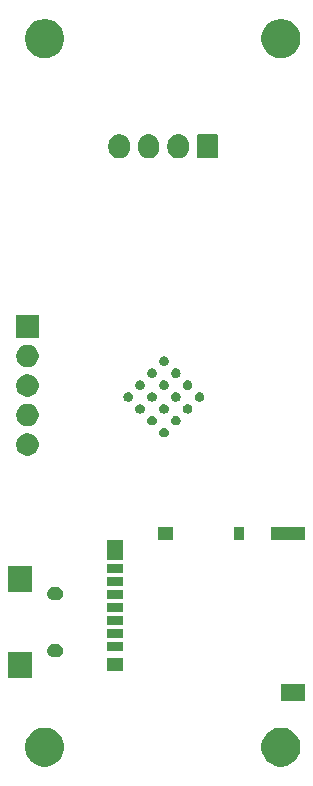
<source format=gbs>
G04 #@! TF.GenerationSoftware,KiCad,Pcbnew,(5.0.2)-1*
G04 #@! TF.CreationDate,2019-10-29T23:39:58+09:00*
G04 #@! TF.ProjectId,High_range_accelerometer,48696768-5f72-4616-9e67-655f61636365,rev?*
G04 #@! TF.SameCoordinates,Original*
G04 #@! TF.FileFunction,Soldermask,Bot*
G04 #@! TF.FilePolarity,Negative*
%FSLAX46Y46*%
G04 Gerber Fmt 4.6, Leading zero omitted, Abs format (unit mm)*
G04 Created by KiCad (PCBNEW (5.0.2)-1) date 2019/10/29 23:39:58*
%MOMM*%
%LPD*%
G01*
G04 APERTURE LIST*
%ADD10C,0.100000*%
G04 APERTURE END LIST*
D10*
G36*
X117225256Y-111741298D02*
X117331579Y-111762447D01*
X117632042Y-111886903D01*
X117898852Y-112065180D01*
X117902454Y-112067587D01*
X118132413Y-112297546D01*
X118313098Y-112567960D01*
X118437553Y-112868422D01*
X118501000Y-113187389D01*
X118501000Y-113512611D01*
X118437553Y-113831578D01*
X118313098Y-114132040D01*
X118132413Y-114402454D01*
X117902454Y-114632413D01*
X117902451Y-114632415D01*
X117632042Y-114813097D01*
X117331579Y-114937553D01*
X117225256Y-114958702D01*
X117012611Y-115001000D01*
X116687389Y-115001000D01*
X116474744Y-114958702D01*
X116368421Y-114937553D01*
X116067958Y-114813097D01*
X115797549Y-114632415D01*
X115797546Y-114632413D01*
X115567587Y-114402454D01*
X115386902Y-114132040D01*
X115262447Y-113831578D01*
X115199000Y-113512611D01*
X115199000Y-113187389D01*
X115262447Y-112868422D01*
X115386902Y-112567960D01*
X115567587Y-112297546D01*
X115797546Y-112067587D01*
X115801148Y-112065180D01*
X116067958Y-111886903D01*
X116368421Y-111762447D01*
X116474744Y-111741298D01*
X116687389Y-111699000D01*
X117012611Y-111699000D01*
X117225256Y-111741298D01*
X117225256Y-111741298D01*
G37*
G36*
X97225256Y-111741298D02*
X97331579Y-111762447D01*
X97632042Y-111886903D01*
X97898852Y-112065180D01*
X97902454Y-112067587D01*
X98132413Y-112297546D01*
X98313098Y-112567960D01*
X98437553Y-112868422D01*
X98501000Y-113187389D01*
X98501000Y-113512611D01*
X98437553Y-113831578D01*
X98313098Y-114132040D01*
X98132413Y-114402454D01*
X97902454Y-114632413D01*
X97902451Y-114632415D01*
X97632042Y-114813097D01*
X97331579Y-114937553D01*
X97225256Y-114958702D01*
X97012611Y-115001000D01*
X96687389Y-115001000D01*
X96474744Y-114958702D01*
X96368421Y-114937553D01*
X96067958Y-114813097D01*
X95797549Y-114632415D01*
X95797546Y-114632413D01*
X95567587Y-114402454D01*
X95386902Y-114132040D01*
X95262447Y-113831578D01*
X95199000Y-113512611D01*
X95199000Y-113187389D01*
X95262447Y-112868422D01*
X95386902Y-112567960D01*
X95567587Y-112297546D01*
X95797546Y-112067587D01*
X95801148Y-112065180D01*
X96067958Y-111886903D01*
X96368421Y-111762447D01*
X96474744Y-111741298D01*
X96687389Y-111699000D01*
X97012611Y-111699000D01*
X97225256Y-111741298D01*
X97225256Y-111741298D01*
G37*
G36*
X118891400Y-109433200D02*
X116889400Y-109433200D01*
X116889400Y-108031200D01*
X118891400Y-108031200D01*
X118891400Y-109433200D01*
X118891400Y-109433200D01*
G37*
G36*
X95750620Y-107504160D02*
X93748620Y-107504160D01*
X93748620Y-105302160D01*
X95750620Y-105302160D01*
X95750620Y-107504160D01*
X95750620Y-107504160D01*
G37*
G36*
X103441400Y-106933200D02*
X102139400Y-106933200D01*
X102139400Y-105831200D01*
X103441400Y-105831200D01*
X103441400Y-106933200D01*
X103441400Y-106933200D01*
G37*
G36*
X97962536Y-104610494D02*
X98071112Y-104643431D01*
X98171177Y-104696916D01*
X98258884Y-104768896D01*
X98330864Y-104856603D01*
X98384349Y-104956668D01*
X98417286Y-105065244D01*
X98428407Y-105178160D01*
X98417286Y-105291076D01*
X98384349Y-105399652D01*
X98330864Y-105499717D01*
X98258884Y-105587424D01*
X98171177Y-105659404D01*
X98071112Y-105712889D01*
X97962536Y-105745826D01*
X97877918Y-105754160D01*
X97621322Y-105754160D01*
X97536704Y-105745826D01*
X97428128Y-105712889D01*
X97328063Y-105659404D01*
X97240356Y-105587424D01*
X97168376Y-105499717D01*
X97114891Y-105399652D01*
X97081954Y-105291076D01*
X97070833Y-105178160D01*
X97081954Y-105065244D01*
X97114891Y-104956668D01*
X97168376Y-104856603D01*
X97240356Y-104768896D01*
X97328063Y-104696916D01*
X97428128Y-104643431D01*
X97536704Y-104610494D01*
X97621322Y-104602160D01*
X97877918Y-104602160D01*
X97962536Y-104610494D01*
X97962536Y-104610494D01*
G37*
G36*
X103441400Y-105233200D02*
X102139400Y-105233200D01*
X102139400Y-104431200D01*
X103441400Y-104431200D01*
X103441400Y-105233200D01*
X103441400Y-105233200D01*
G37*
G36*
X103441400Y-104133200D02*
X102139400Y-104133200D01*
X102139400Y-103331200D01*
X103441400Y-103331200D01*
X103441400Y-104133200D01*
X103441400Y-104133200D01*
G37*
G36*
X103441400Y-103033200D02*
X102139400Y-103033200D01*
X102139400Y-102231200D01*
X103441400Y-102231200D01*
X103441400Y-103033200D01*
X103441400Y-103033200D01*
G37*
G36*
X103441400Y-101933200D02*
X102139400Y-101933200D01*
X102139400Y-101131200D01*
X103441400Y-101131200D01*
X103441400Y-101933200D01*
X103441400Y-101933200D01*
G37*
G36*
X97962536Y-99760494D02*
X98071112Y-99793431D01*
X98171177Y-99846916D01*
X98258884Y-99918896D01*
X98330864Y-100006603D01*
X98384349Y-100106668D01*
X98417286Y-100215244D01*
X98428407Y-100328160D01*
X98417286Y-100441076D01*
X98384349Y-100549652D01*
X98330864Y-100649717D01*
X98258884Y-100737424D01*
X98171177Y-100809404D01*
X98071112Y-100862889D01*
X97962536Y-100895826D01*
X97877918Y-100904160D01*
X97621322Y-100904160D01*
X97536704Y-100895826D01*
X97428128Y-100862889D01*
X97328063Y-100809404D01*
X97240356Y-100737424D01*
X97168376Y-100649717D01*
X97114891Y-100549652D01*
X97081954Y-100441076D01*
X97070833Y-100328160D01*
X97081954Y-100215244D01*
X97114891Y-100106668D01*
X97168376Y-100006603D01*
X97240356Y-99918896D01*
X97328063Y-99846916D01*
X97428128Y-99793431D01*
X97536704Y-99760494D01*
X97621322Y-99752160D01*
X97877918Y-99752160D01*
X97962536Y-99760494D01*
X97962536Y-99760494D01*
G37*
G36*
X103441400Y-100833200D02*
X102139400Y-100833200D01*
X102139400Y-100031200D01*
X103441400Y-100031200D01*
X103441400Y-100833200D01*
X103441400Y-100833200D01*
G37*
G36*
X95750620Y-100204160D02*
X93748620Y-100204160D01*
X93748620Y-98002160D01*
X95750620Y-98002160D01*
X95750620Y-100204160D01*
X95750620Y-100204160D01*
G37*
G36*
X103441400Y-99733200D02*
X102139400Y-99733200D01*
X102139400Y-98931200D01*
X103441400Y-98931200D01*
X103441400Y-99733200D01*
X103441400Y-99733200D01*
G37*
G36*
X103441400Y-98633200D02*
X102139400Y-98633200D01*
X102139400Y-97831200D01*
X103441400Y-97831200D01*
X103441400Y-98633200D01*
X103441400Y-98633200D01*
G37*
G36*
X103441400Y-97533200D02*
X102139400Y-97533200D01*
X102139400Y-95781200D01*
X103441400Y-95781200D01*
X103441400Y-97533200D01*
X103441400Y-97533200D01*
G37*
G36*
X118891400Y-95783200D02*
X115989400Y-95783200D01*
X115989400Y-94681200D01*
X118891400Y-94681200D01*
X118891400Y-95783200D01*
X118891400Y-95783200D01*
G37*
G36*
X113741400Y-95783200D02*
X112839400Y-95783200D01*
X112839400Y-94681200D01*
X113741400Y-94681200D01*
X113741400Y-95783200D01*
X113741400Y-95783200D01*
G37*
G36*
X107741400Y-95783200D02*
X106439400Y-95783200D01*
X106439400Y-94681200D01*
X107741400Y-94681200D01*
X107741400Y-95783200D01*
X107741400Y-95783200D01*
G37*
G36*
X95659476Y-86809546D02*
X95832546Y-86881234D01*
X95988310Y-86985312D01*
X96120768Y-87117770D01*
X96224846Y-87273534D01*
X96296534Y-87446604D01*
X96333080Y-87630333D01*
X96333080Y-87817667D01*
X96296534Y-88001396D01*
X96224846Y-88174466D01*
X96120768Y-88330230D01*
X95988310Y-88462688D01*
X95832546Y-88566766D01*
X95659476Y-88638454D01*
X95475747Y-88675000D01*
X95288413Y-88675000D01*
X95104684Y-88638454D01*
X94931614Y-88566766D01*
X94775850Y-88462688D01*
X94643392Y-88330230D01*
X94539314Y-88174466D01*
X94467626Y-88001396D01*
X94431080Y-87817667D01*
X94431080Y-87630333D01*
X94467626Y-87446604D01*
X94539314Y-87273534D01*
X94643392Y-87117770D01*
X94775850Y-86985312D01*
X94931614Y-86881234D01*
X95104684Y-86809546D01*
X95288413Y-86773000D01*
X95475747Y-86773000D01*
X95659476Y-86809546D01*
X95659476Y-86809546D01*
G37*
G36*
X107021251Y-86313256D02*
X107060591Y-86321081D01*
X107134705Y-86351780D01*
X107201407Y-86396349D01*
X107258132Y-86453074D01*
X107302701Y-86519776D01*
X107333400Y-86593891D01*
X107349050Y-86672569D01*
X107349050Y-86752793D01*
X107341225Y-86792132D01*
X107333400Y-86831472D01*
X107302701Y-86905586D01*
X107258132Y-86972288D01*
X107201407Y-87029013D01*
X107134705Y-87073582D01*
X107060591Y-87104281D01*
X107021251Y-87112106D01*
X106981912Y-87119931D01*
X106901688Y-87119931D01*
X106862349Y-87112106D01*
X106823009Y-87104281D01*
X106748895Y-87073582D01*
X106682193Y-87029013D01*
X106625468Y-86972288D01*
X106580899Y-86905586D01*
X106550200Y-86831472D01*
X106542375Y-86792132D01*
X106534550Y-86752793D01*
X106534550Y-86672569D01*
X106550200Y-86593891D01*
X106580899Y-86519776D01*
X106625468Y-86453074D01*
X106682193Y-86396349D01*
X106748895Y-86351780D01*
X106823009Y-86321081D01*
X106862349Y-86313256D01*
X106901688Y-86305431D01*
X106981912Y-86305431D01*
X107021251Y-86313256D01*
X107021251Y-86313256D01*
G37*
G36*
X95659476Y-84309546D02*
X95832546Y-84381234D01*
X95988310Y-84485312D01*
X96120768Y-84617770D01*
X96224846Y-84773534D01*
X96296534Y-84946604D01*
X96333080Y-85130333D01*
X96333080Y-85317667D01*
X96296534Y-85501396D01*
X96224846Y-85674466D01*
X96120768Y-85830230D01*
X95988310Y-85962688D01*
X95832546Y-86066766D01*
X95659476Y-86138454D01*
X95475747Y-86175000D01*
X95288413Y-86175000D01*
X95104684Y-86138454D01*
X94931614Y-86066766D01*
X94775850Y-85962688D01*
X94643392Y-85830230D01*
X94539314Y-85674466D01*
X94467626Y-85501396D01*
X94431080Y-85317667D01*
X94431080Y-85130333D01*
X94467626Y-84946604D01*
X94539314Y-84773534D01*
X94643392Y-84617770D01*
X94775850Y-84485312D01*
X94931614Y-84381234D01*
X95104684Y-84309546D01*
X95288413Y-84273000D01*
X95475747Y-84273000D01*
X95659476Y-84309546D01*
X95659476Y-84309546D01*
G37*
G36*
X106013624Y-85305629D02*
X106052964Y-85313454D01*
X106127078Y-85344153D01*
X106193780Y-85388722D01*
X106250505Y-85445447D01*
X106295074Y-85512149D01*
X106325773Y-85586263D01*
X106341423Y-85664943D01*
X106341423Y-85745165D01*
X106325773Y-85823845D01*
X106295074Y-85897959D01*
X106250505Y-85964661D01*
X106193780Y-86021386D01*
X106127078Y-86065955D01*
X106052964Y-86096654D01*
X106013624Y-86104479D01*
X105974285Y-86112304D01*
X105894061Y-86112304D01*
X105854722Y-86104479D01*
X105815382Y-86096654D01*
X105741268Y-86065955D01*
X105674566Y-86021386D01*
X105617841Y-85964661D01*
X105573272Y-85897959D01*
X105542573Y-85823845D01*
X105526923Y-85745165D01*
X105526923Y-85664943D01*
X105542573Y-85586263D01*
X105573272Y-85512149D01*
X105617841Y-85445447D01*
X105674566Y-85388722D01*
X105741268Y-85344153D01*
X105815382Y-85313454D01*
X105854722Y-85305629D01*
X105894061Y-85297804D01*
X105974285Y-85297804D01*
X106013624Y-85305629D01*
X106013624Y-85305629D01*
G37*
G36*
X108028878Y-85305629D02*
X108068218Y-85313454D01*
X108142332Y-85344153D01*
X108209034Y-85388722D01*
X108265759Y-85445447D01*
X108310328Y-85512149D01*
X108341027Y-85586263D01*
X108356677Y-85664943D01*
X108356677Y-85745165D01*
X108341027Y-85823845D01*
X108310328Y-85897959D01*
X108265759Y-85964661D01*
X108209034Y-86021386D01*
X108142332Y-86065955D01*
X108068218Y-86096654D01*
X108028878Y-86104479D01*
X107989539Y-86112304D01*
X107909315Y-86112304D01*
X107869976Y-86104479D01*
X107830636Y-86096654D01*
X107756522Y-86065955D01*
X107689820Y-86021386D01*
X107633095Y-85964661D01*
X107588526Y-85897959D01*
X107557827Y-85823845D01*
X107542177Y-85745165D01*
X107542177Y-85664943D01*
X107557827Y-85586263D01*
X107588526Y-85512149D01*
X107633095Y-85445447D01*
X107689820Y-85388722D01*
X107756522Y-85344153D01*
X107830636Y-85313454D01*
X107869976Y-85305629D01*
X107909315Y-85297804D01*
X107989539Y-85297804D01*
X108028878Y-85305629D01*
X108028878Y-85305629D01*
G37*
G36*
X107021251Y-84298002D02*
X107060591Y-84305827D01*
X107134705Y-84336526D01*
X107201407Y-84381095D01*
X107258132Y-84437820D01*
X107302701Y-84504522D01*
X107333400Y-84578636D01*
X107349050Y-84657316D01*
X107349050Y-84737538D01*
X107333400Y-84816218D01*
X107302701Y-84890332D01*
X107258132Y-84957034D01*
X107201407Y-85013759D01*
X107134705Y-85058328D01*
X107060591Y-85089027D01*
X107021251Y-85096852D01*
X106981912Y-85104677D01*
X106901688Y-85104677D01*
X106862349Y-85096852D01*
X106823009Y-85089027D01*
X106748895Y-85058328D01*
X106682193Y-85013759D01*
X106625468Y-84957034D01*
X106580899Y-84890332D01*
X106550200Y-84816218D01*
X106534550Y-84737538D01*
X106534550Y-84657316D01*
X106550200Y-84578636D01*
X106580899Y-84504522D01*
X106625468Y-84437820D01*
X106682193Y-84381095D01*
X106748895Y-84336526D01*
X106823009Y-84305827D01*
X106862349Y-84298002D01*
X106901688Y-84290177D01*
X106981912Y-84290177D01*
X107021251Y-84298002D01*
X107021251Y-84298002D01*
G37*
G36*
X109036505Y-84298002D02*
X109075845Y-84305827D01*
X109149959Y-84336526D01*
X109216661Y-84381095D01*
X109273386Y-84437820D01*
X109317955Y-84504522D01*
X109348654Y-84578636D01*
X109364304Y-84657316D01*
X109364304Y-84737538D01*
X109348654Y-84816218D01*
X109317955Y-84890332D01*
X109273386Y-84957034D01*
X109216661Y-85013759D01*
X109149959Y-85058328D01*
X109075845Y-85089027D01*
X109036505Y-85096852D01*
X108997166Y-85104677D01*
X108916942Y-85104677D01*
X108877603Y-85096852D01*
X108838263Y-85089027D01*
X108764149Y-85058328D01*
X108697447Y-85013759D01*
X108640722Y-84957034D01*
X108596153Y-84890332D01*
X108565454Y-84816218D01*
X108549804Y-84737538D01*
X108549804Y-84657316D01*
X108565454Y-84578636D01*
X108596153Y-84504522D01*
X108640722Y-84437820D01*
X108697447Y-84381095D01*
X108764149Y-84336526D01*
X108838263Y-84305827D01*
X108877603Y-84298002D01*
X108916942Y-84290177D01*
X108997166Y-84290177D01*
X109036505Y-84298002D01*
X109036505Y-84298002D01*
G37*
G36*
X105005997Y-84298002D02*
X105045337Y-84305827D01*
X105119451Y-84336526D01*
X105186153Y-84381095D01*
X105242878Y-84437820D01*
X105287447Y-84504522D01*
X105318146Y-84578636D01*
X105333796Y-84657316D01*
X105333796Y-84737538D01*
X105318146Y-84816218D01*
X105287447Y-84890332D01*
X105242878Y-84957034D01*
X105186153Y-85013759D01*
X105119451Y-85058328D01*
X105045337Y-85089027D01*
X105005997Y-85096852D01*
X104966658Y-85104677D01*
X104886434Y-85104677D01*
X104847095Y-85096852D01*
X104807755Y-85089027D01*
X104733641Y-85058328D01*
X104666939Y-85013759D01*
X104610214Y-84957034D01*
X104565645Y-84890332D01*
X104534946Y-84816218D01*
X104519296Y-84737538D01*
X104519296Y-84657316D01*
X104534946Y-84578636D01*
X104565645Y-84504522D01*
X104610214Y-84437820D01*
X104666939Y-84381095D01*
X104733641Y-84336526D01*
X104807755Y-84305827D01*
X104847095Y-84298002D01*
X104886434Y-84290177D01*
X104966658Y-84290177D01*
X105005997Y-84298002D01*
X105005997Y-84298002D01*
G37*
G36*
X106013624Y-83290375D02*
X106052964Y-83298200D01*
X106127078Y-83328899D01*
X106193780Y-83373468D01*
X106250505Y-83430193D01*
X106295074Y-83496895D01*
X106325773Y-83571009D01*
X106341423Y-83649689D01*
X106341423Y-83729911D01*
X106325773Y-83808591D01*
X106295074Y-83882705D01*
X106250505Y-83949407D01*
X106193780Y-84006132D01*
X106127078Y-84050701D01*
X106052964Y-84081400D01*
X106013624Y-84089225D01*
X105974285Y-84097050D01*
X105894061Y-84097050D01*
X105854722Y-84089225D01*
X105815382Y-84081400D01*
X105741268Y-84050701D01*
X105674566Y-84006132D01*
X105617841Y-83949407D01*
X105573272Y-83882705D01*
X105542573Y-83808591D01*
X105526923Y-83729911D01*
X105526923Y-83649689D01*
X105542573Y-83571009D01*
X105573272Y-83496895D01*
X105617841Y-83430193D01*
X105674566Y-83373468D01*
X105741268Y-83328899D01*
X105815382Y-83298200D01*
X105854722Y-83290375D01*
X105894061Y-83282550D01*
X105974285Y-83282550D01*
X106013624Y-83290375D01*
X106013624Y-83290375D01*
G37*
G36*
X108028878Y-83290375D02*
X108068218Y-83298200D01*
X108142332Y-83328899D01*
X108209034Y-83373468D01*
X108265759Y-83430193D01*
X108310328Y-83496895D01*
X108341027Y-83571009D01*
X108356677Y-83649689D01*
X108356677Y-83729911D01*
X108341027Y-83808591D01*
X108310328Y-83882705D01*
X108265759Y-83949407D01*
X108209034Y-84006132D01*
X108142332Y-84050701D01*
X108068218Y-84081400D01*
X108028878Y-84089225D01*
X107989539Y-84097050D01*
X107909315Y-84097050D01*
X107869976Y-84089225D01*
X107830636Y-84081400D01*
X107756522Y-84050701D01*
X107689820Y-84006132D01*
X107633095Y-83949407D01*
X107588526Y-83882705D01*
X107557827Y-83808591D01*
X107542177Y-83729911D01*
X107542177Y-83649689D01*
X107557827Y-83571009D01*
X107588526Y-83496895D01*
X107633095Y-83430193D01*
X107689820Y-83373468D01*
X107756522Y-83328899D01*
X107830636Y-83298200D01*
X107869976Y-83290375D01*
X107909315Y-83282550D01*
X107989539Y-83282550D01*
X108028878Y-83290375D01*
X108028878Y-83290375D01*
G37*
G36*
X110044132Y-83290375D02*
X110083472Y-83298200D01*
X110157586Y-83328899D01*
X110224288Y-83373468D01*
X110281013Y-83430193D01*
X110325582Y-83496895D01*
X110356281Y-83571009D01*
X110371931Y-83649689D01*
X110371931Y-83729911D01*
X110356281Y-83808591D01*
X110325582Y-83882705D01*
X110281013Y-83949407D01*
X110224288Y-84006132D01*
X110157586Y-84050701D01*
X110083472Y-84081400D01*
X110044132Y-84089225D01*
X110004793Y-84097050D01*
X109924569Y-84097050D01*
X109885230Y-84089225D01*
X109845890Y-84081400D01*
X109771776Y-84050701D01*
X109705074Y-84006132D01*
X109648349Y-83949407D01*
X109603780Y-83882705D01*
X109573081Y-83808591D01*
X109557431Y-83729911D01*
X109557431Y-83649689D01*
X109573081Y-83571009D01*
X109603780Y-83496895D01*
X109648349Y-83430193D01*
X109705074Y-83373468D01*
X109771776Y-83328899D01*
X109845890Y-83298200D01*
X109885230Y-83290375D01*
X109924569Y-83282550D01*
X110004793Y-83282550D01*
X110044132Y-83290375D01*
X110044132Y-83290375D01*
G37*
G36*
X103998370Y-83290375D02*
X104037710Y-83298200D01*
X104111824Y-83328899D01*
X104178526Y-83373468D01*
X104235251Y-83430193D01*
X104279820Y-83496895D01*
X104310519Y-83571009D01*
X104326169Y-83649689D01*
X104326169Y-83729911D01*
X104310519Y-83808591D01*
X104279820Y-83882705D01*
X104235251Y-83949407D01*
X104178526Y-84006132D01*
X104111824Y-84050701D01*
X104037710Y-84081400D01*
X103998370Y-84089225D01*
X103959031Y-84097050D01*
X103878807Y-84097050D01*
X103839468Y-84089225D01*
X103800128Y-84081400D01*
X103726014Y-84050701D01*
X103659312Y-84006132D01*
X103602587Y-83949407D01*
X103558018Y-83882705D01*
X103527319Y-83808591D01*
X103511669Y-83729911D01*
X103511669Y-83649689D01*
X103527319Y-83571009D01*
X103558018Y-83496895D01*
X103602587Y-83430193D01*
X103659312Y-83373468D01*
X103726014Y-83328899D01*
X103800128Y-83298200D01*
X103839468Y-83290375D01*
X103878807Y-83282550D01*
X103959031Y-83282550D01*
X103998370Y-83290375D01*
X103998370Y-83290375D01*
G37*
G36*
X95659476Y-81809546D02*
X95832546Y-81881234D01*
X95988310Y-81985312D01*
X96120768Y-82117770D01*
X96224846Y-82273534D01*
X96296534Y-82446604D01*
X96333080Y-82630333D01*
X96333080Y-82817667D01*
X96296534Y-83001396D01*
X96224846Y-83174466D01*
X96120768Y-83330230D01*
X95988310Y-83462688D01*
X95832546Y-83566766D01*
X95659476Y-83638454D01*
X95475747Y-83675000D01*
X95288413Y-83675000D01*
X95104684Y-83638454D01*
X94931614Y-83566766D01*
X94775850Y-83462688D01*
X94643392Y-83330230D01*
X94539314Y-83174466D01*
X94467626Y-83001396D01*
X94431080Y-82817667D01*
X94431080Y-82630333D01*
X94467626Y-82446604D01*
X94539314Y-82273534D01*
X94643392Y-82117770D01*
X94775850Y-81985312D01*
X94931614Y-81881234D01*
X95104684Y-81809546D01*
X95288413Y-81773000D01*
X95475747Y-81773000D01*
X95659476Y-81809546D01*
X95659476Y-81809546D01*
G37*
G36*
X105005997Y-82282748D02*
X105045337Y-82290573D01*
X105119451Y-82321272D01*
X105186153Y-82365841D01*
X105242878Y-82422566D01*
X105287447Y-82489268D01*
X105318146Y-82563383D01*
X105331464Y-82630335D01*
X105333796Y-82642062D01*
X105333796Y-82722284D01*
X105318146Y-82800964D01*
X105287447Y-82875078D01*
X105242878Y-82941780D01*
X105186153Y-82998505D01*
X105119451Y-83043074D01*
X105045337Y-83073773D01*
X105005997Y-83081598D01*
X104966658Y-83089423D01*
X104886434Y-83089423D01*
X104847095Y-83081598D01*
X104807755Y-83073773D01*
X104733641Y-83043074D01*
X104666939Y-82998505D01*
X104610214Y-82941780D01*
X104565645Y-82875078D01*
X104534946Y-82800964D01*
X104519296Y-82722284D01*
X104519296Y-82642062D01*
X104521629Y-82630335D01*
X104534946Y-82563383D01*
X104565645Y-82489268D01*
X104610214Y-82422566D01*
X104666939Y-82365841D01*
X104733641Y-82321272D01*
X104807755Y-82290573D01*
X104847095Y-82282748D01*
X104886434Y-82274923D01*
X104966658Y-82274923D01*
X105005997Y-82282748D01*
X105005997Y-82282748D01*
G37*
G36*
X107021251Y-82282748D02*
X107060591Y-82290573D01*
X107134705Y-82321272D01*
X107201407Y-82365841D01*
X107258132Y-82422566D01*
X107302701Y-82489268D01*
X107333400Y-82563383D01*
X107346718Y-82630335D01*
X107349050Y-82642062D01*
X107349050Y-82722284D01*
X107333400Y-82800964D01*
X107302701Y-82875078D01*
X107258132Y-82941780D01*
X107201407Y-82998505D01*
X107134705Y-83043074D01*
X107060591Y-83073773D01*
X107021251Y-83081598D01*
X106981912Y-83089423D01*
X106901688Y-83089423D01*
X106862349Y-83081598D01*
X106823009Y-83073773D01*
X106748895Y-83043074D01*
X106682193Y-82998505D01*
X106625468Y-82941780D01*
X106580899Y-82875078D01*
X106550200Y-82800964D01*
X106534550Y-82722284D01*
X106534550Y-82642062D01*
X106536883Y-82630335D01*
X106550200Y-82563383D01*
X106580899Y-82489268D01*
X106625468Y-82422566D01*
X106682193Y-82365841D01*
X106748895Y-82321272D01*
X106823009Y-82290573D01*
X106862349Y-82282748D01*
X106901688Y-82274923D01*
X106981912Y-82274923D01*
X107021251Y-82282748D01*
X107021251Y-82282748D01*
G37*
G36*
X109036505Y-82282748D02*
X109075845Y-82290573D01*
X109149959Y-82321272D01*
X109216661Y-82365841D01*
X109273386Y-82422566D01*
X109317955Y-82489268D01*
X109348654Y-82563383D01*
X109361972Y-82630335D01*
X109364304Y-82642062D01*
X109364304Y-82722284D01*
X109348654Y-82800964D01*
X109317955Y-82875078D01*
X109273386Y-82941780D01*
X109216661Y-82998505D01*
X109149959Y-83043074D01*
X109075845Y-83073773D01*
X109036505Y-83081598D01*
X108997166Y-83089423D01*
X108916942Y-83089423D01*
X108877603Y-83081598D01*
X108838263Y-83073773D01*
X108764149Y-83043074D01*
X108697447Y-82998505D01*
X108640722Y-82941780D01*
X108596153Y-82875078D01*
X108565454Y-82800964D01*
X108549804Y-82722284D01*
X108549804Y-82642062D01*
X108552137Y-82630335D01*
X108565454Y-82563383D01*
X108596153Y-82489268D01*
X108640722Y-82422566D01*
X108697447Y-82365841D01*
X108764149Y-82321272D01*
X108838263Y-82290573D01*
X108877603Y-82282748D01*
X108916942Y-82274923D01*
X108997166Y-82274923D01*
X109036505Y-82282748D01*
X109036505Y-82282748D01*
G37*
G36*
X108028878Y-81275121D02*
X108068218Y-81282946D01*
X108142332Y-81313645D01*
X108209034Y-81358214D01*
X108265759Y-81414939D01*
X108310328Y-81481641D01*
X108341027Y-81555755D01*
X108356677Y-81634435D01*
X108356677Y-81714657D01*
X108341027Y-81793337D01*
X108310328Y-81867451D01*
X108265759Y-81934153D01*
X108209034Y-81990878D01*
X108142332Y-82035447D01*
X108068218Y-82066146D01*
X108028878Y-82073971D01*
X107989539Y-82081796D01*
X107909315Y-82081796D01*
X107869976Y-82073971D01*
X107830636Y-82066146D01*
X107756522Y-82035447D01*
X107689820Y-81990878D01*
X107633095Y-81934153D01*
X107588526Y-81867451D01*
X107557827Y-81793337D01*
X107542177Y-81714657D01*
X107542177Y-81634435D01*
X107557827Y-81555755D01*
X107588526Y-81481641D01*
X107633095Y-81414939D01*
X107689820Y-81358214D01*
X107756522Y-81313645D01*
X107830636Y-81282946D01*
X107869976Y-81275121D01*
X107909315Y-81267296D01*
X107989539Y-81267296D01*
X108028878Y-81275121D01*
X108028878Y-81275121D01*
G37*
G36*
X106013624Y-81275121D02*
X106052964Y-81282946D01*
X106127078Y-81313645D01*
X106193780Y-81358214D01*
X106250505Y-81414939D01*
X106295074Y-81481641D01*
X106325773Y-81555755D01*
X106341423Y-81634435D01*
X106341423Y-81714657D01*
X106325773Y-81793337D01*
X106295074Y-81867451D01*
X106250505Y-81934153D01*
X106193780Y-81990878D01*
X106127078Y-82035447D01*
X106052964Y-82066146D01*
X106013624Y-82073971D01*
X105974285Y-82081796D01*
X105894061Y-82081796D01*
X105854722Y-82073971D01*
X105815382Y-82066146D01*
X105741268Y-82035447D01*
X105674566Y-81990878D01*
X105617841Y-81934153D01*
X105573272Y-81867451D01*
X105542573Y-81793337D01*
X105526923Y-81714657D01*
X105526923Y-81634435D01*
X105542573Y-81555755D01*
X105573272Y-81481641D01*
X105617841Y-81414939D01*
X105674566Y-81358214D01*
X105741268Y-81313645D01*
X105815382Y-81282946D01*
X105854722Y-81275121D01*
X105894061Y-81267296D01*
X105974285Y-81267296D01*
X106013624Y-81275121D01*
X106013624Y-81275121D01*
G37*
G36*
X95659476Y-79309546D02*
X95832546Y-79381234D01*
X95988310Y-79485312D01*
X96120768Y-79617770D01*
X96224846Y-79773534D01*
X96296534Y-79946604D01*
X96333080Y-80130333D01*
X96333080Y-80317667D01*
X96296534Y-80501396D01*
X96224846Y-80674466D01*
X96120768Y-80830230D01*
X95988310Y-80962688D01*
X95832546Y-81066766D01*
X95659476Y-81138454D01*
X95475747Y-81175000D01*
X95288413Y-81175000D01*
X95104684Y-81138454D01*
X94931614Y-81066766D01*
X94775850Y-80962688D01*
X94643392Y-80830230D01*
X94539314Y-80674466D01*
X94467626Y-80501396D01*
X94431080Y-80317667D01*
X94431080Y-80130333D01*
X94467626Y-79946604D01*
X94539314Y-79773534D01*
X94643392Y-79617770D01*
X94775850Y-79485312D01*
X94931614Y-79381234D01*
X95104684Y-79309546D01*
X95288413Y-79273000D01*
X95475747Y-79273000D01*
X95659476Y-79309546D01*
X95659476Y-79309546D01*
G37*
G36*
X107021251Y-80267494D02*
X107060591Y-80275319D01*
X107134705Y-80306018D01*
X107201407Y-80350587D01*
X107258132Y-80407312D01*
X107302701Y-80474014D01*
X107333400Y-80548128D01*
X107349050Y-80626808D01*
X107349050Y-80707030D01*
X107333400Y-80785710D01*
X107302701Y-80859824D01*
X107258132Y-80926526D01*
X107201407Y-80983251D01*
X107134705Y-81027820D01*
X107060591Y-81058519D01*
X107021251Y-81066344D01*
X106981912Y-81074169D01*
X106901688Y-81074169D01*
X106862349Y-81066344D01*
X106823009Y-81058519D01*
X106748895Y-81027820D01*
X106682193Y-80983251D01*
X106625468Y-80926526D01*
X106580899Y-80859824D01*
X106550200Y-80785710D01*
X106534550Y-80707030D01*
X106534550Y-80626808D01*
X106550200Y-80548128D01*
X106580899Y-80474014D01*
X106625468Y-80407312D01*
X106682193Y-80350587D01*
X106748895Y-80306018D01*
X106823009Y-80275319D01*
X106862349Y-80267494D01*
X106901688Y-80259669D01*
X106981912Y-80259669D01*
X107021251Y-80267494D01*
X107021251Y-80267494D01*
G37*
G36*
X96333080Y-78675000D02*
X94431080Y-78675000D01*
X94431080Y-76773000D01*
X96333080Y-76773000D01*
X96333080Y-78675000D01*
X96333080Y-78675000D01*
G37*
G36*
X108324747Y-61457197D02*
X108437973Y-61491544D01*
X108494587Y-61508717D01*
X108633207Y-61582812D01*
X108651111Y-61592382D01*
X108686849Y-61621712D01*
X108788306Y-61704974D01*
X108871568Y-61806431D01*
X108900898Y-61842169D01*
X108984563Y-61998694D01*
X109036083Y-62168534D01*
X109049120Y-62300903D01*
X109049120Y-62639418D01*
X109036083Y-62771787D01*
X109001736Y-62885013D01*
X108984563Y-62941627D01*
X108910468Y-63080247D01*
X108900898Y-63098151D01*
X108871568Y-63133889D01*
X108788306Y-63235346D01*
X108651109Y-63347939D01*
X108494586Y-63431603D01*
X108453853Y-63443959D01*
X108324746Y-63483123D01*
X108148120Y-63500519D01*
X107971493Y-63483123D01*
X107842386Y-63443959D01*
X107801653Y-63431603D01*
X107645131Y-63347939D01*
X107645129Y-63347938D01*
X107602869Y-63313256D01*
X107507934Y-63235346D01*
X107395341Y-63098149D01*
X107311677Y-62941626D01*
X107294504Y-62885012D01*
X107260157Y-62771786D01*
X107247120Y-62639417D01*
X107247120Y-62300902D01*
X107260157Y-62168533D01*
X107311677Y-61998694D01*
X107311677Y-61998693D01*
X107395342Y-61842168D01*
X107507932Y-61704977D01*
X107602870Y-61627064D01*
X107645130Y-61592382D01*
X107663034Y-61582812D01*
X107801654Y-61508717D01*
X107858268Y-61491544D01*
X107971494Y-61457197D01*
X108148120Y-61439801D01*
X108324747Y-61457197D01*
X108324747Y-61457197D01*
G37*
G36*
X105824747Y-61457197D02*
X105937973Y-61491544D01*
X105994587Y-61508717D01*
X106133207Y-61582812D01*
X106151111Y-61592382D01*
X106186849Y-61621712D01*
X106288306Y-61704974D01*
X106371568Y-61806431D01*
X106400898Y-61842169D01*
X106484563Y-61998694D01*
X106536083Y-62168534D01*
X106549120Y-62300903D01*
X106549120Y-62639418D01*
X106536083Y-62771787D01*
X106501736Y-62885013D01*
X106484563Y-62941627D01*
X106410468Y-63080247D01*
X106400898Y-63098151D01*
X106371568Y-63133889D01*
X106288306Y-63235346D01*
X106151109Y-63347939D01*
X105994586Y-63431603D01*
X105953853Y-63443959D01*
X105824746Y-63483123D01*
X105648120Y-63500519D01*
X105471493Y-63483123D01*
X105342386Y-63443959D01*
X105301653Y-63431603D01*
X105145131Y-63347939D01*
X105145129Y-63347938D01*
X105102869Y-63313256D01*
X105007934Y-63235346D01*
X104895341Y-63098149D01*
X104811677Y-62941626D01*
X104794504Y-62885012D01*
X104760157Y-62771786D01*
X104747120Y-62639417D01*
X104747120Y-62300902D01*
X104760157Y-62168533D01*
X104811677Y-61998694D01*
X104811677Y-61998693D01*
X104895342Y-61842168D01*
X105007932Y-61704977D01*
X105102870Y-61627064D01*
X105145130Y-61592382D01*
X105163034Y-61582812D01*
X105301654Y-61508717D01*
X105358268Y-61491544D01*
X105471494Y-61457197D01*
X105648120Y-61439801D01*
X105824747Y-61457197D01*
X105824747Y-61457197D01*
G37*
G36*
X103324747Y-61457197D02*
X103437973Y-61491544D01*
X103494587Y-61508717D01*
X103633207Y-61582812D01*
X103651111Y-61592382D01*
X103686849Y-61621712D01*
X103788306Y-61704974D01*
X103871568Y-61806431D01*
X103900898Y-61842169D01*
X103984563Y-61998694D01*
X104036083Y-62168534D01*
X104049120Y-62300903D01*
X104049120Y-62639418D01*
X104036083Y-62771787D01*
X104001736Y-62885013D01*
X103984563Y-62941627D01*
X103910468Y-63080247D01*
X103900898Y-63098151D01*
X103871568Y-63133889D01*
X103788306Y-63235346D01*
X103651109Y-63347939D01*
X103494586Y-63431603D01*
X103453853Y-63443959D01*
X103324746Y-63483123D01*
X103148120Y-63500519D01*
X102971493Y-63483123D01*
X102842386Y-63443959D01*
X102801653Y-63431603D01*
X102645131Y-63347939D01*
X102645129Y-63347938D01*
X102602869Y-63313256D01*
X102507934Y-63235346D01*
X102395341Y-63098149D01*
X102311677Y-62941626D01*
X102294504Y-62885012D01*
X102260157Y-62771786D01*
X102247120Y-62639417D01*
X102247120Y-62300902D01*
X102260157Y-62168533D01*
X102311677Y-61998694D01*
X102311677Y-61998693D01*
X102395342Y-61842168D01*
X102507932Y-61704977D01*
X102602870Y-61627064D01*
X102645130Y-61592382D01*
X102663034Y-61582812D01*
X102801654Y-61508717D01*
X102858268Y-61491544D01*
X102971494Y-61457197D01*
X103148120Y-61439801D01*
X103324747Y-61457197D01*
X103324747Y-61457197D01*
G37*
G36*
X111406720Y-61448149D02*
X111439769Y-61458174D01*
X111470226Y-61474454D01*
X111496919Y-61496361D01*
X111518826Y-61523054D01*
X111535106Y-61553511D01*
X111545131Y-61586560D01*
X111549120Y-61627064D01*
X111549120Y-63313256D01*
X111545131Y-63353760D01*
X111535106Y-63386809D01*
X111518826Y-63417266D01*
X111496919Y-63443959D01*
X111470226Y-63465866D01*
X111439769Y-63482146D01*
X111406720Y-63492171D01*
X111366216Y-63496160D01*
X109930024Y-63496160D01*
X109889520Y-63492171D01*
X109856471Y-63482146D01*
X109826014Y-63465866D01*
X109799321Y-63443959D01*
X109777414Y-63417266D01*
X109761134Y-63386809D01*
X109751109Y-63353760D01*
X109747120Y-63313256D01*
X109747120Y-61627064D01*
X109751109Y-61586560D01*
X109761134Y-61553511D01*
X109777414Y-61523054D01*
X109799321Y-61496361D01*
X109826014Y-61474454D01*
X109856471Y-61458174D01*
X109889520Y-61448149D01*
X109930024Y-61444160D01*
X111366216Y-61444160D01*
X111406720Y-61448149D01*
X111406720Y-61448149D01*
G37*
G36*
X117225256Y-51741298D02*
X117331579Y-51762447D01*
X117632042Y-51886903D01*
X117898852Y-52065180D01*
X117902454Y-52067587D01*
X118132413Y-52297546D01*
X118313098Y-52567960D01*
X118437553Y-52868422D01*
X118501000Y-53187389D01*
X118501000Y-53512611D01*
X118437553Y-53831578D01*
X118313098Y-54132040D01*
X118132413Y-54402454D01*
X117902454Y-54632413D01*
X117902451Y-54632415D01*
X117632042Y-54813097D01*
X117331579Y-54937553D01*
X117225256Y-54958702D01*
X117012611Y-55001000D01*
X116687389Y-55001000D01*
X116474744Y-54958702D01*
X116368421Y-54937553D01*
X116067958Y-54813097D01*
X115797549Y-54632415D01*
X115797546Y-54632413D01*
X115567587Y-54402454D01*
X115386902Y-54132040D01*
X115262447Y-53831578D01*
X115199000Y-53512611D01*
X115199000Y-53187389D01*
X115262447Y-52868422D01*
X115386902Y-52567960D01*
X115567587Y-52297546D01*
X115797546Y-52067587D01*
X115801148Y-52065180D01*
X116067958Y-51886903D01*
X116368421Y-51762447D01*
X116474744Y-51741298D01*
X116687389Y-51699000D01*
X117012611Y-51699000D01*
X117225256Y-51741298D01*
X117225256Y-51741298D01*
G37*
G36*
X97225256Y-51741298D02*
X97331579Y-51762447D01*
X97632042Y-51886903D01*
X97898852Y-52065180D01*
X97902454Y-52067587D01*
X98132413Y-52297546D01*
X98313098Y-52567960D01*
X98437553Y-52868422D01*
X98501000Y-53187389D01*
X98501000Y-53512611D01*
X98437553Y-53831578D01*
X98313098Y-54132040D01*
X98132413Y-54402454D01*
X97902454Y-54632413D01*
X97902451Y-54632415D01*
X97632042Y-54813097D01*
X97331579Y-54937553D01*
X97225256Y-54958702D01*
X97012611Y-55001000D01*
X96687389Y-55001000D01*
X96474744Y-54958702D01*
X96368421Y-54937553D01*
X96067958Y-54813097D01*
X95797549Y-54632415D01*
X95797546Y-54632413D01*
X95567587Y-54402454D01*
X95386902Y-54132040D01*
X95262447Y-53831578D01*
X95199000Y-53512611D01*
X95199000Y-53187389D01*
X95262447Y-52868422D01*
X95386902Y-52567960D01*
X95567587Y-52297546D01*
X95797546Y-52067587D01*
X95801148Y-52065180D01*
X96067958Y-51886903D01*
X96368421Y-51762447D01*
X96474744Y-51741298D01*
X96687389Y-51699000D01*
X97012611Y-51699000D01*
X97225256Y-51741298D01*
X97225256Y-51741298D01*
G37*
M02*

</source>
